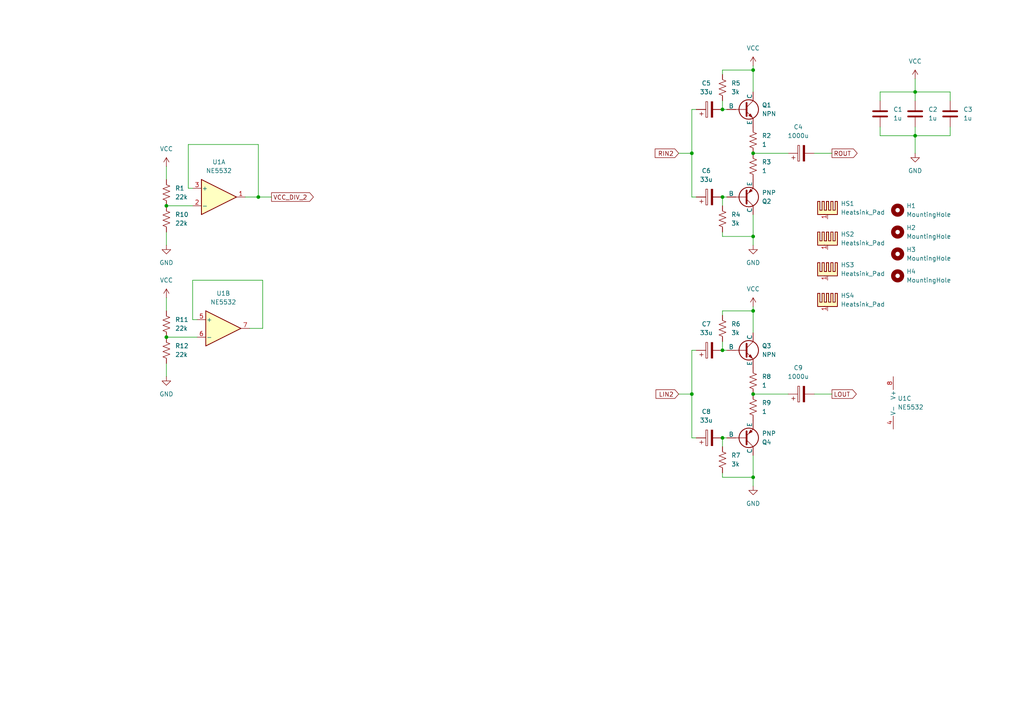
<source format=kicad_sch>
(kicad_sch (version 20231120) (generator "eeschema") (generator_version "8.0")
  (paper "A4")
  (lib_symbols
    (symbol "Amplifier_Operational:NE5532" (pin_names (offset 0.127))
      (property "Reference" "U" (at 0 5.08 0))
      (property "Value" "NE5532" (at 0 -5.08 0))
      (symbol "NE5532_1_1"
        (polyline (pts (xy -5.08 5.08) (xy 5.08 0) (xy -5.08 -5.08) (xy -5.08 5.08)) (stroke (width 0.254)) (fill (type background)))
        (pin output line (at 7.62 0 180) (length 2.54) (name "~") (number "1"))
        (pin input line (at -7.62 -2.54 0) (length 2.54) (name "-") (number "2"))
        (pin input line (at -7.62 2.54 0) (length 2.54) (name "+") (number "3"))
      )
      (symbol "NE5532_2_1"
        (polyline (pts (xy -5.08 5.08) (xy 5.08 0) (xy -5.08 -5.08) (xy -5.08 5.08)) (stroke (width 0.254)) (fill (type background)))
        (pin input line (at -7.62 2.54 0) (length 2.54) (name "+") (number "5"))
        (pin input line (at -7.62 -2.54 0) (length 2.54) (name "-") (number "6"))
        (pin output line (at 7.62 0 180) (length 2.54) (name "~") (number "7"))
      )
      (symbol "NE5532_3_1"
        (pin power_in line (at -2.54 -7.62 90) (length 3.81) (name "V-") (number "4"))
        (pin power_in line (at -2.54 7.62 270) (length 3.81) (name "V+") (number "8"))
      )
    )
    (symbol "Device:C" (pin_numbers hide) (pin_names (offset 0.254))
      (property "Reference" "C" (at 0.635 2.54 0))
      (property "Value" "C" (at 0.635 -2.54 0))
      (symbol "C_0_1"
        (polyline (pts (xy -2.032 -0.762) (xy 2.032 -0.762)) (stroke (width 0.508)))
        (polyline (pts (xy -2.032 0.762) (xy 2.032 0.762)) (stroke (width 0.508)))
      )
      (symbol "C_1_1"
        (pin passive line (at 0 3.81 270) (length 2.794) (name "~") (number "1"))
        (pin passive line (at 0 -3.81 90) (length 2.794) (name "~") (number "2"))
      )
    )
    (symbol "Device:C_Polarized" (pin_numbers hide) (pin_names (offset 0.254))
      (property "Reference" "C" (at 0.635 2.54 0))
      (property "Value" "C_Polarized" (at 0.635 -2.54 0))
      (symbol "C_Polarized_0_1"
        (rectangle (start -2.286 0.508) (end 2.286 1.016))
        (polyline (pts (xy -1.778 2.286) (xy -0.762 2.286)))
        (polyline (pts (xy -1.27 2.794) (xy -1.27 1.778)))
        (rectangle (start 2.286 -0.508) (end -2.286 -1.016) (fill (type outline)))
      )
      (symbol "C_Polarized_1_1"
        (pin passive line (at 0 3.81 270) (length 2.794) (name "~") (number "1"))
        (pin passive line (at 0 -3.81 90) (length 2.794) (name "~") (number "2"))
      )
    )
    (symbol "Device:R_US" (pin_numbers hide) (pin_names (offset 0))
      (property "Reference" "R" (at 2.54 0 90))
      (property "Value" "R_US" (at -2.54 0 90))
      (symbol "R_US_0_1"
        (polyline (pts (xy 0 -2.286) (xy 0 -2.54)))
        (polyline (pts (xy 0 2.286) (xy 0 2.54)))
        (polyline (pts (xy 0 -0.762) (xy 1.016 -1.143) (xy 0 -1.524) (xy -1.016 -1.905) (xy 0 -2.286)))
        (polyline (pts (xy 0 0.762) (xy 1.016 0.381) (xy 0 0) (xy -1.016 -0.381) (xy 0 -0.762)))
        (polyline (pts (xy 0 2.286) (xy 1.016 1.905) (xy 0 1.524) (xy -1.016 1.143) (xy 0 0.762)))
      )
      (symbol "R_US_1_1"
        (pin passive line (at 0 3.81 270) (length 1.27) (name "~") (number "1"))
        (pin passive line (at 0 -3.81 90) (length 1.27) (name "~") (number "2"))
      )
    )
    (symbol "Mechanical:Heatsink_Pad" (pin_names (offset 0))
      (property "Reference" "HS" (at 0 5.715 0))
      (property "Value" "Heatsink_Pad" (at 0 3.81 0))
      (symbol "Heatsink_Pad_0_1"
        (polyline (pts (xy -0.3302 0) (xy -0.9652 0) (xy -0.9652 2.54) (xy -1.6002 2.54) (xy -1.6002 0) (xy -2.2352 0) (xy -2.2352 2.54) (xy -2.8702 2.54) (xy -2.8702 -1.27) (xy -0.9652 -1.27)) (stroke (width 0.254)) (fill (type background)))
        (polyline (pts (xy -0.3302 0) (xy -0.3302 2.54) (xy 0.3048 2.54) (xy 0.3048 0) (xy 0.9398 0) (xy 0.9398 2.54) (xy 1.5748 2.54) (xy 1.5748 0) (xy 2.2098 0) (xy 2.2098 2.54) (xy 2.8448 2.54) (xy 2.8448 -1.27) (xy -0.9652 -1.27)) (stroke (width 0.254)) (fill (type background)))
      )
      (symbol "Heatsink_Pad_1_1"
        (pin passive line (at 0 -2.54 90) (length 1.27) (name "~") (number "1"))
      )
    )
    (symbol "Mechanical:MountingHole" (pin_names (offset 1.016))
      (property "Reference" "H" (at 0 5.08 0))
      (property "Value" "MountingHole" (at 0 3.175 0))
      (symbol "MountingHole_0_1"
        (circle (center 0 0) (radius 1.27) (stroke (width 1.27)))
      )
    )
    (symbol "Simulation_SPICE:NPN" (pin_numbers hide) (pin_names (offset 0))
      (property "Reference" "Q" (at -2.54 7.62 0))
      (property "Value" "NPN" (at -2.54 5.08 0))
      (symbol "NPN_0_1"
        (polyline (pts (xy -2.54 0) (xy 0.635 0)) (stroke (width 0.1524)))
        (polyline (pts (xy 0.635 0.635) (xy 2.54 2.54)))
        (polyline (pts (xy 2.794 -1.27) (xy 2.794 -1.27)) (stroke (width 0.1524)))
        (polyline (pts (xy 2.794 -1.27) (xy 2.794 -1.27)) (stroke (width 0.1524)))
        (polyline (pts (xy 0.635 -0.635) (xy 2.54 -2.54) (xy 2.54 -2.54)))
        (polyline (pts (xy 0.635 1.905) (xy 0.635 -1.905) (xy 0.635 -1.905)) (stroke (width 0.508)))
        (polyline (pts (xy 1.27 -1.778) (xy 1.778 -1.27) (xy 2.286 -2.286) (xy 1.27 -1.778) (xy 1.27 -1.778)) (fill (type outline)))
        (circle (center 1.27 0) (radius 2.8194) (stroke (width 0.254)))
      )
      (symbol "NPN_1_1"
        (pin open_collector line (at 2.54 5.08 270) (length 2.54) (name "C") (number "1"))
        (pin input line (at -5.08 0 0) (length 2.54) (name "B") (number "2"))
        (pin open_emitter line (at 2.54 -5.08 90) (length 2.54) (name "E") (number "3"))
      )
    )
    (symbol "Simulation_SPICE:PNP" (pin_numbers hide) (pin_names (offset 0))
      (property "Reference" "Q" (at -2.54 7.62 0))
      (property "Value" "PNP" (at -2.54 5.08 0))
      (symbol "PNP_0_1"
        (polyline (pts (xy -2.54 0) (xy 0.635 0)) (stroke (width 0.1524)))
        (polyline (pts (xy 0.635 0.635) (xy 2.54 2.54)))
        (polyline (pts (xy 0.635 -0.635) (xy 2.54 -2.54) (xy 2.54 -2.54)))
        (polyline (pts (xy 0.635 1.905) (xy 0.635 -1.905) (xy 0.635 -1.905)) (stroke (width 0.508)))
        (polyline (pts (xy 2.286 -1.778) (xy 1.778 -2.286) (xy 1.27 -1.27) (xy 2.286 -1.778) (xy 2.286 -1.778)) (fill (type outline)))
        (circle (center 1.27 0) (radius 2.8194) (stroke (width 0.254)))
      )
      (symbol "PNP_1_1"
        (pin open_collector line (at 2.54 5.08 270) (length 2.54) (name "C") (number "1"))
        (pin input line (at -5.08 0 0) (length 2.54) (name "B") (number "2"))
        (pin open_emitter line (at 2.54 -5.08 90) (length 2.54) (name "E") (number "3"))
      )
    )
    (symbol "power:GND" (power) (pin_numbers hide) (pin_names (offset 0) hide)
      (property "Value" "GND" (at 0 -3.81 0))
      (symbol "GND_0_1"
        (polyline (pts (xy 0 0) (xy 0 -1.27) (xy 1.27 -1.27) (xy 0 -2.54) (xy -1.27 -1.27) (xy 0 -1.27)))
      )
      (symbol "GND_1_1"
        (pin power_in line (at 0 0 270) (length 0) (name "~") (number "1"))
      )
    )
    (symbol "power:VCC" (power) (pin_numbers hide) (pin_names (offset 0) hide)
      (property "Value" "VCC" (at 0 3.556 0))
      (symbol "VCC_0_1"
        (polyline (pts (xy -0.762 1.27) (xy 0 2.54)))
        (polyline (pts (xy 0 0) (xy 0 2.54)))
        (polyline (pts (xy 0 2.54) (xy 0.762 1.27)))
      )
      (symbol "VCC_1_1"
        (pin power_in line (at 0 0 90) (length 0) (name "~") (number "1"))
      )
    )
  )
  (junction (at 218.44 20.32))
  (junction (at 200.66 44.45))
  (junction (at 209.55 57.15))
  (junction (at 209.55 31.75))
  (junction (at 218.44 90.17))
  (junction (at 218.44 114.3))
  (junction (at 209.55 101.6))
  (junction (at 48.26 59.69))
  (junction (at 218.44 68.58))
  (junction (at 48.26 97.79))
  (junction (at 209.55 127))
  (junction (at 74.93 57.15))
  (junction (at 265.43 39.37))
  (junction (at 218.44 44.45))
  (junction (at 218.44 138.43))
  (junction (at 265.43 26.67))
  (junction (at 200.66 114.3))
  (wire (pts (xy 218.44 20.32) (xy 218.44 26.67)))
  (wire (pts (xy 209.55 99.06) (xy 209.55 101.6)))
  (wire (pts (xy 265.43 26.67) (xy 265.43 29.21)))
  (wire (pts (xy 265.43 39.37) (xy 275.59 39.37)))
  (wire (pts (xy 196.85 114.3) (xy 200.66 114.3)))
  (wire (pts (xy 218.44 19.05) (xy 218.44 20.32)))
  (wire (pts (xy 236.22 114.3) (xy 241.3 114.3)))
  (wire (pts (xy 55.88 81.28) (xy 76.2 81.28)))
  (wire (pts (xy 76.2 95.25) (xy 72.39 95.25)))
  (wire (pts (xy 74.93 57.15) (xy 78.74 57.15)))
  (wire (pts (xy 265.43 36.83) (xy 265.43 39.37)))
  (wire (pts (xy 209.55 20.32) (xy 218.44 20.32)))
  (wire (pts (xy 209.55 68.58) (xy 218.44 68.58)))
  (wire (pts (xy 209.55 57.15) (xy 209.55 59.69)))
  (wire (pts (xy 48.26 97.79) (xy 57.15 97.79)))
  (wire (pts (xy 255.27 26.67) (xy 265.43 26.67)))
  (wire (pts (xy 218.44 90.17) (xy 218.44 96.52)))
  (wire (pts (xy 255.27 29.21) (xy 255.27 26.67)))
  (wire (pts (xy 265.43 26.67) (xy 275.59 26.67)))
  (wire (pts (xy 55.88 92.71) (xy 55.88 81.28)))
  (wire (pts (xy 54.61 54.61) (xy 54.61 41.91)))
  (wire (pts (xy 209.55 101.6) (xy 210.82 101.6)))
  (wire (pts (xy 218.44 114.3) (xy 228.6 114.3)))
  (wire (pts (xy 209.55 21.59) (xy 209.55 20.32)))
  (wire (pts (xy 200.66 31.75) (xy 201.93 31.75)))
  (wire (pts (xy 55.88 54.61) (xy 54.61 54.61)))
  (wire (pts (xy 209.55 127) (xy 209.55 129.54)))
  (wire (pts (xy 201.93 57.15) (xy 200.66 57.15)))
  (wire (pts (xy 57.15 92.71) (xy 55.88 92.71)))
  (wire (pts (xy 196.85 44.45) (xy 200.66 44.45)))
  (wire (pts (xy 48.26 48.26) (xy 48.26 52.07)))
  (wire (pts (xy 209.55 90.17) (xy 218.44 90.17)))
  (wire (pts (xy 48.26 67.31) (xy 48.26 71.12)))
  (wire (pts (xy 218.44 138.43) (xy 218.44 140.97)))
  (wire (pts (xy 54.61 41.91) (xy 74.93 41.91)))
  (wire (pts (xy 275.59 39.37) (xy 275.59 36.83)))
  (wire (pts (xy 236.22 44.45) (xy 241.3 44.45)))
  (wire (pts (xy 218.44 138.43) (xy 218.44 132.08)))
  (wire (pts (xy 209.55 127) (xy 210.82 127)))
  (wire (pts (xy 218.44 88.9) (xy 218.44 90.17)))
  (wire (pts (xy 200.66 127) (xy 200.66 114.3)))
  (wire (pts (xy 76.2 81.28) (xy 76.2 95.25)))
  (wire (pts (xy 255.27 36.83) (xy 255.27 39.37)))
  (wire (pts (xy 48.26 86.36) (xy 48.26 90.17)))
  (wire (pts (xy 275.59 26.67) (xy 275.59 29.21)))
  (wire (pts (xy 200.66 101.6) (xy 200.66 114.3)))
  (wire (pts (xy 200.66 101.6) (xy 201.93 101.6)))
  (wire (pts (xy 265.43 22.86) (xy 265.43 26.67)))
  (wire (pts (xy 218.44 68.58) (xy 218.44 62.23)))
  (wire (pts (xy 209.55 57.15) (xy 210.82 57.15)))
  (wire (pts (xy 200.66 57.15) (xy 200.66 44.45)))
  (wire (pts (xy 209.55 29.21) (xy 209.55 31.75)))
  (wire (pts (xy 265.43 39.37) (xy 265.43 44.45)))
  (wire (pts (xy 209.55 91.44) (xy 209.55 90.17)))
  (wire (pts (xy 48.26 105.41) (xy 48.26 109.22)))
  (wire (pts (xy 74.93 41.91) (xy 74.93 57.15)))
  (wire (pts (xy 201.93 127) (xy 200.66 127)))
  (wire (pts (xy 48.26 59.69) (xy 55.88 59.69)))
  (wire (pts (xy 209.55 67.31) (xy 209.55 68.58)))
  (wire (pts (xy 209.55 138.43) (xy 218.44 138.43)))
  (wire (pts (xy 255.27 39.37) (xy 265.43 39.37)))
  (wire (pts (xy 218.44 44.45) (xy 228.6 44.45)))
  (wire (pts (xy 74.93 57.15) (xy 71.12 57.15)))
  (wire (pts (xy 209.55 31.75) (xy 210.82 31.75)))
  (wire (pts (xy 200.66 31.75) (xy 200.66 44.45)))
  (wire (pts (xy 209.55 137.16) (xy 209.55 138.43)))
  (wire (pts (xy 218.44 68.58) (xy 218.44 71.12)))
  (global_label "ROUT" (shape output) (at 241.3 44.45 0) (property "Intersheetrefs" "${INTERSHEET_REFS}" (effects (hide yes))))
  (global_label "VCC_DIV_2" (shape output) (at 78.74 57.15 0) (property "Intersheetrefs" "${INTERSHEET_REFS}" (effects (hide yes))))
  (global_label "RIN2" (shape input) (at 196.85 44.45 180) (property "Intersheetrefs" "${INTERSHEET_REFS}" (effects (hide yes))))
  (global_label "LIN2" (shape input) (at 196.85 114.3 180) (property "Intersheetrefs" "${INTERSHEET_REFS}" (effects (hide yes))))
  (global_label "LOUT" (shape output) (at 241.3 114.3 0) (property "Intersheetrefs" "${INTERSHEET_REFS}" (effects (hide yes))))
  (symbol (lib_id "Device:R_US") (at 48.26 55.88 0) (unit 1)
    (property "Reference" "R1" (at 50.8 54.6099 0) (effects (justify left)))
    (property "Value" "22k" (at 50.8 57.1499 0) (effects (justify left)))
    (property "Description" "Resistor, US symbol" (effects (hide yes)))
  )
  (symbol (lib_id "Device:C") (at 265.43 33.02 0) (unit 1)
    (property "Reference" "C2" (at 269.24 31.7499 0) (effects (justify left)))
    (property "Value" "1u" (at 269.24 34.2899 0) (effects (justify left)))
    (property "Description" "Unpolarized capacitor" (effects (hide yes)))
  )
  (symbol (lib_id "power:VCC") (at 265.43 22.86 0) (unit 1)
    (property "Reference" "#PWR02" (effects (hide yes)))
    (property "Value" "VCC" (at 265.43 17.78 0))
    (property "Description" "Power symbol creates a global label with name \"VCC\"" (effects (hide yes)))
  )
  (symbol (lib_id "Mechanical:MountingHole") (at 260.35 67.31 0) (unit 1)
    (property "Reference" "H2" (at 262.89 66.0399 0) (effects (justify left)))
    (property "Value" "MountingHole" (at 262.89 68.5799 0) (effects (justify left)))
    (property "Description" "Mounting Hole without connection" (effects (hide yes)))
  )
  (symbol (lib_id "power:VCC") (at 218.44 19.05 0) (unit 1)
    (property "Reference" "#PWR03" (effects (hide yes)))
    (property "Value" "VCC" (at 218.44 13.97 0))
    (property "Description" "Power symbol creates a global label with name \"VCC\"" (effects (hide yes)))
  )
  (symbol (lib_id "Mechanical:MountingHole") (at 260.35 60.96 0) (unit 1)
    (property "Reference" "H1" (at 262.89 59.6899 0) (effects (justify left)))
    (property "Value" "MountingHole" (at 262.89 62.2299 0) (effects (justify left)))
    (property "Description" "Mounting Hole without connection" (effects (hide yes)))
  )
  (symbol (lib_id "Device:R_US") (at 209.55 95.25 0) (unit 1)
    (property "Reference" "R6" (at 212.09 93.9799 0) (effects (justify left)))
    (property "Value" "3k" (at 212.09 96.5199 0) (effects (justify left)))
    (property "Description" "Resistor, US symbol" (effects (hide yes)))
  )
  (symbol (lib_id "Mechanical:Heatsink_Pad") (at 240.03 78.74 0) (unit 1)
    (property "Reference" "HS3" (at 243.84 76.8349 0) (effects (justify left)))
    (property "Value" "Heatsink_Pad" (at 243.84 79.3749 0) (effects (justify left)))
    (property "Description" "Heatsink with electrical connection, 1 pin" (effects (hide yes)))
  )
  (symbol (lib_id "Device:R_US") (at 218.44 40.64 0) (unit 1)
    (property "Reference" "R2" (at 220.98 39.3699 0) (effects (justify left)))
    (property "Value" "1" (at 220.98 41.9099 0) (effects (justify left)))
    (property "Description" "Resistor, US symbol" (effects (hide yes)))
  )
  (symbol (lib_id "Simulation_SPICE:NPN") (at 215.9 101.6 0) (unit 1)
    (property "Reference" "Q3" (at 220.98 100.3299 0) (effects (justify left)))
    (property "Value" "NPN" (at 220.98 102.8699 0) (effects (justify left)))
    (property "Datasheet" "https://ngspice.sourceforge.io/docs/ngspice-html-manual/manual.xhtml#cha_BJTs" (effects (hide yes)))
    (property "Description" "Bipolar transistor symbol for simulation only, substrate tied to the emitter" (effects (hide yes)))
    (property "Sim.Device" "NPN" (effects (hide yes)))
    (property "Sim.Type" "GUMMELPOON" (effects (hide yes)))
    (property "Sim.Pins" "1=C 2=B 3=E" (effects (hide yes)))
  )
  (symbol (lib_id "Device:R_US") (at 209.55 63.5 0) (unit 1)
    (property "Reference" "R4" (at 212.09 62.2299 0) (effects (justify left)))
    (property "Value" "3k" (at 212.09 64.7699 0) (effects (justify left)))
    (property "Description" "Resistor, US symbol" (effects (hide yes)))
  )
  (symbol (lib_id "Simulation_SPICE:NPN") (at 215.9 31.75 0) (unit 1)
    (property "Reference" "Q1" (at 220.98 30.4799 0) (effects (justify left)))
    (property "Value" "NPN" (at 220.98 33.0199 0) (effects (justify left)))
    (property "Datasheet" "https://ngspice.sourceforge.io/docs/ngspice-html-manual/manual.xhtml#cha_BJTs" (effects (hide yes)))
    (property "Description" "Bipolar transistor symbol for simulation only, substrate tied to the emitter" (effects (hide yes)))
    (property "Sim.Device" "NPN" (effects (hide yes)))
    (property "Sim.Type" "GUMMELPOON" (effects (hide yes)))
    (property "Sim.Pins" "1=C 2=B 3=E" (effects (hide yes)))
  )
  (symbol (lib_id "Device:R_US") (at 218.44 110.49 0) (unit 1)
    (property "Reference" "R8" (at 220.98 109.2199 0) (effects (justify left)))
    (property "Value" "1" (at 220.98 111.7599 0) (effects (justify left)))
    (property "Description" "Resistor, US symbol" (effects (hide yes)))
  )
  (symbol (lib_id "Device:C_Polarized") (at 232.41 44.45 90) (unit 1)
    (property "Reference" "C4" (at 231.521 36.83 90))
    (property "Value" "1000u" (at 231.521 39.37 90))
    (property "Description" "Polarized capacitor" (effects (hide yes)))
  )
  (symbol (lib_id "power:GND") (at 265.43 44.45 0) (unit 1)
    (property "Reference" "#PWR01" (effects (hide yes)))
    (property "Value" "GND" (at 265.43 49.53 0))
    (property "Description" "Power symbol creates a global label with name \"GND\" , ground" (effects (hide yes)))
  )
  (symbol (lib_id "Device:C_Polarized") (at 205.74 57.15 90) (unit 1)
    (property "Reference" "C6" (at 204.851 49.53 90))
    (property "Value" "33u" (at 204.851 52.07 90))
    (property "Description" "Polarized capacitor" (effects (hide yes)))
  )
  (symbol (lib_id "Device:C_Polarized") (at 205.74 127 90) (unit 1)
    (property "Reference" "C8" (at 204.851 119.38 90))
    (property "Value" "33u" (at 204.851 121.92 90))
    (property "Description" "Polarized capacitor" (effects (hide yes)))
  )
  (symbol (lib_id "Device:R_US") (at 218.44 118.11 0) (unit 1)
    (property "Reference" "R9" (at 220.98 116.8399 0) (effects (justify left)))
    (property "Value" "1" (at 220.98 119.3799 0) (effects (justify left)))
    (property "Description" "Resistor, US symbol" (effects (hide yes)))
  )
  (symbol (lib_id "power:GND") (at 218.44 140.97 0) (unit 1)
    (property "Reference" "#PWR06" (effects (hide yes)))
    (property "Value" "GND" (at 218.44 146.05 0))
    (property "Description" "Power symbol creates a global label with name \"GND\" , ground" (effects (hide yes)))
  )
  (symbol (lib_id "Device:R_US") (at 48.26 93.98 0) (unit 1)
    (property "Reference" "R11" (at 50.8 92.7099 0) (effects (justify left)))
    (property "Value" "22k" (at 50.8 95.2499 0) (effects (justify left)))
    (property "Description" "Resistor, US symbol" (effects (hide yes)))
  )
  (symbol (lib_id "Amplifier_Operational:NE5532") (at 63.5 57.15 0) (unit 1)
    (property "Reference" "U1" (at 63.5 46.99 0))
    (property "Value" "NE5532" (at 63.5 49.53 0))
    (property "Datasheet" "http://www.ti.com/lit/ds/symlink/ne5532.pdf" (effects (hide yes)))
    (property "Description" "Dual Low-Noise Operational Amplifiers, DIP-8/SOIC-8" (effects (hide yes)))
  )
  (symbol (lib_id "power:GND") (at 48.26 109.22 0) (unit 1)
    (property "Reference" "#PWR010" (effects (hide yes)))
    (property "Value" "GND" (at 48.26 114.3 0))
    (property "Description" "Power symbol creates a global label with name \"GND\" , ground" (effects (hide yes)))
  )
  (symbol (lib_id "power:VCC") (at 48.26 48.26 0) (unit 1)
    (property "Reference" "#PWR07" (effects (hide yes)))
    (property "Value" "VCC" (at 48.26 43.18 0))
    (property "Description" "Power symbol creates a global label with name \"VCC\"" (effects (hide yes)))
  )
  (symbol (lib_id "power:VCC") (at 218.44 88.9 0) (unit 1)
    (property "Reference" "#PWR05" (effects (hide yes)))
    (property "Value" "VCC" (at 218.44 83.82 0))
    (property "Description" "Power symbol creates a global label with name \"VCC\"" (effects (hide yes)))
  )
  (symbol (lib_id "Mechanical:Heatsink_Pad") (at 240.03 69.85 0) (unit 1)
    (property "Reference" "HS2" (at 243.84 67.9449 0) (effects (justify left)))
    (property "Value" "Heatsink_Pad" (at 243.84 70.4849 0) (effects (justify left)))
    (property "Description" "Heatsink with electrical connection, 1 pin" (effects (hide yes)))
  )
  (symbol (lib_id "Simulation_SPICE:PNP") (at 215.9 127 0) (mirror x) (unit 1)
    (property "Reference" "Q4" (at 220.98 128.2701 0) (effects (justify left)))
    (property "Value" "PNP" (at 220.98 125.7301 0) (effects (justify left)))
    (property "Datasheet" "https://ngspice.sourceforge.io/docs/ngspice-html-manual/manual.xhtml#cha_BJTs" (effects (hide yes)))
    (property "Description" "Bipolar transistor symbol for simulation only, substrate tied to the emitter" (effects (hide yes)))
    (property "Sim.Device" "PNP" (effects (hide yes)))
    (property "Sim.Type" "GUMMELPOON" (effects (hide yes)))
    (property "Sim.Pins" "1=C 2=B 3=E" (effects (hide yes)))
  )
  (symbol (lib_id "Amplifier_Operational:NE5532") (at 64.77 95.25 0) (unit 2)
    (property "Reference" "U1" (at 64.77 85.09 0))
    (property "Value" "NE5532" (at 64.77 87.63 0))
    (property "Datasheet" "http://www.ti.com/lit/ds/symlink/ne5532.pdf" (effects (hide yes)))
    (property "Description" "Dual Low-Noise Operational Amplifiers, DIP-8/SOIC-8" (effects (hide yes)))
  )
  (symbol (lib_id "Mechanical:MountingHole") (at 260.35 73.66 0) (unit 1)
    (property "Reference" "H3" (at 262.89 72.3899 0) (effects (justify left)))
    (property "Value" "MountingHole" (at 262.89 74.9299 0) (effects (justify left)))
    (property "Description" "Mounting Hole without connection" (effects (hide yes)))
  )
  (symbol (lib_id "Device:C_Polarized") (at 205.74 31.75 90) (unit 1)
    (property "Reference" "C5" (at 204.851 24.13 90))
    (property "Value" "33u" (at 204.851 26.67 90))
    (property "Description" "Polarized capacitor" (effects (hide yes)))
  )
  (symbol (lib_id "power:GND") (at 218.44 71.12 0) (unit 1)
    (property "Reference" "#PWR04" (effects (hide yes)))
    (property "Value" "GND" (at 218.44 76.2 0))
    (property "Description" "Power symbol creates a global label with name \"GND\" , ground" (effects (hide yes)))
  )
  (symbol (lib_id "Device:R_US") (at 48.26 101.6 0) (unit 1)
    (property "Reference" "R12" (at 50.8 100.3299 0) (effects (justify left)))
    (property "Value" "22k" (at 50.8 102.8699 0) (effects (justify left)))
    (property "Description" "Resistor, US symbol" (effects (hide yes)))
  )
  (symbol (lib_id "Device:C") (at 255.27 33.02 0) (unit 1)
    (property "Reference" "C1" (at 259.08 31.7499 0) (effects (justify left)))
    (property "Value" "1u" (at 259.08 34.2899 0) (effects (justify left)))
    (property "Description" "Unpolarized capacitor" (effects (hide yes)))
  )
  (symbol (lib_id "Device:C") (at 275.59 33.02 0) (unit 1)
    (property "Reference" "C3" (at 279.4 31.7499 0) (effects (justify left)))
    (property "Value" "1u" (at 279.4 34.2899 0) (effects (justify left)))
    (property "Description" "Unpolarized capacitor" (effects (hide yes)))
  )
  (symbol (lib_id "Mechanical:Heatsink_Pad") (at 240.03 60.96 0) (unit 1)
    (property "Reference" "HS1" (at 243.84 59.0549 0) (effects (justify left)))
    (property "Value" "Heatsink_Pad" (at 243.84 61.5949 0) (effects (justify left)))
    (property "Description" "Heatsink with electrical connection, 1 pin" (effects (hide yes)))
  )
  (symbol (lib_id "Simulation_SPICE:PNP") (at 215.9 57.15 0) (mirror x) (unit 1)
    (property "Reference" "Q2" (at 220.98 58.4201 0) (effects (justify left)))
    (property "Value" "PNP" (at 220.98 55.8801 0) (effects (justify left)))
    (property "Datasheet" "https://ngspice.sourceforge.io/docs/ngspice-html-manual/manual.xhtml#cha_BJTs" (effects (hide yes)))
    (property "Description" "Bipolar transistor symbol for simulation only, substrate tied to the emitter" (effects (hide yes)))
    (property "Sim.Device" "PNP" (effects (hide yes)))
    (property "Sim.Type" "GUMMELPOON" (effects (hide yes)))
    (property "Sim.Pins" "1=C 2=B 3=E" (effects (hide yes)))
  )
  (symbol (lib_id "Device:R_US") (at 209.55 25.4 0) (unit 1)
    (property "Reference" "R5" (at 212.09 24.1299 0) (effects (justify left)))
    (property "Value" "3k" (at 212.09 26.6699 0) (effects (justify left)))
    (property "Description" "Resistor, US symbol" (effects (hide yes)))
  )
  (symbol (lib_id "Mechanical:Heatsink_Pad") (at 240.03 87.63 0) (unit 1)
    (property "Reference" "HS4" (at 243.84 85.7249 0) (effects (justify left)))
    (property "Value" "Heatsink_Pad" (at 243.84 88.2649 0) (effects (justify left)))
    (property "Description" "Heatsink with electrical connection, 1 pin" (effects (hide yes)))
  )
  (symbol (lib_id "power:GND") (at 48.26 71.12 0) (unit 1)
    (property "Reference" "#PWR08" (effects (hide yes)))
    (property "Value" "GND" (at 48.26 76.2 0))
    (property "Description" "Power symbol creates a global label with name \"GND\" , ground" (effects (hide yes)))
  )
  (symbol (lib_id "Device:R_US") (at 48.26 63.5 0) (unit 1)
    (property "Reference" "R10" (at 50.8 62.2299 0) (effects (justify left)))
    (property "Value" "22k" (at 50.8 64.7699 0) (effects (justify left)))
    (property "Description" "Resistor, US symbol" (effects (hide yes)))
  )
  (symbol (lib_id "Device:C_Polarized") (at 205.74 101.6 90) (unit 1)
    (property "Reference" "C7" (at 204.851 93.98 90))
    (property "Value" "33u" (at 204.851 96.52 90))
    (property "Description" "Polarized capacitor" (effects (hide yes)))
  )
  (symbol (lib_id "Mechanical:MountingHole") (at 260.35 80.01 0) (unit 1)
    (property "Reference" "H4" (at 262.89 78.7399 0) (effects (justify left)))
    (property "Value" "MountingHole" (at 262.89 81.2799 0) (effects (justify left)))
    (property "Description" "Mounting Hole without connection" (effects (hide yes)))
  )
  (symbol (lib_id "Device:C_Polarized") (at 232.41 114.3 90) (unit 1)
    (property "Reference" "C9" (at 231.521 106.68 90))
    (property "Value" "1000u" (at 231.521 109.22 90))
    (property "Description" "Polarized capacitor" (effects (hide yes)))
  )
  (symbol (lib_id "Device:R_US") (at 218.44 48.26 0) (unit 1)
    (property "Reference" "R3" (at 220.98 46.9899 0) (effects (justify left)))
    (property "Value" "1" (at 220.98 49.5299 0) (effects (justify left)))
    (property "Description" "Resistor, US symbol" (effects (hide yes)))
  )
  (symbol (lib_id "power:VCC") (at 48.26 86.36 0) (unit 1)
    (property "Reference" "#PWR09" (effects (hide yes)))
    (property "Value" "VCC" (at 48.26 81.28 0))
    (property "Description" "Power symbol creates a global label with name \"VCC\"" (effects (hide yes)))
  )
  (symbol (lib_id "Amplifier_Operational:NE5532") (at 261.62 116.84 0) (unit 3)
    (property "Reference" "U1" (at 260.35 115.5699 0) (effects (justify left)))
    (property "Value" "NE5532" (at 260.35 118.1099 0) (effects (justify left)))
    (property "Datasheet" "http://www.ti.com/lit/ds/symlink/ne5532.pdf" (effects (hide yes)))
    (property "Description" "Dual Low-Noise Operational Amplifiers, DIP-8/SOIC-8" (effects (hide yes)))
  )
  (symbol (lib_id "Device:R_US") (at 209.55 133.35 0) (unit 1)
    (property "Reference" "R7" (at 212.09 132.0799 0) (effects (justify left)))
    (property "Value" "3k" (at 212.09 134.6199 0) (effects (justify left)))
    (property "Description" "Resistor, US symbol" (effects (hide yes)))
  )
)
</source>
